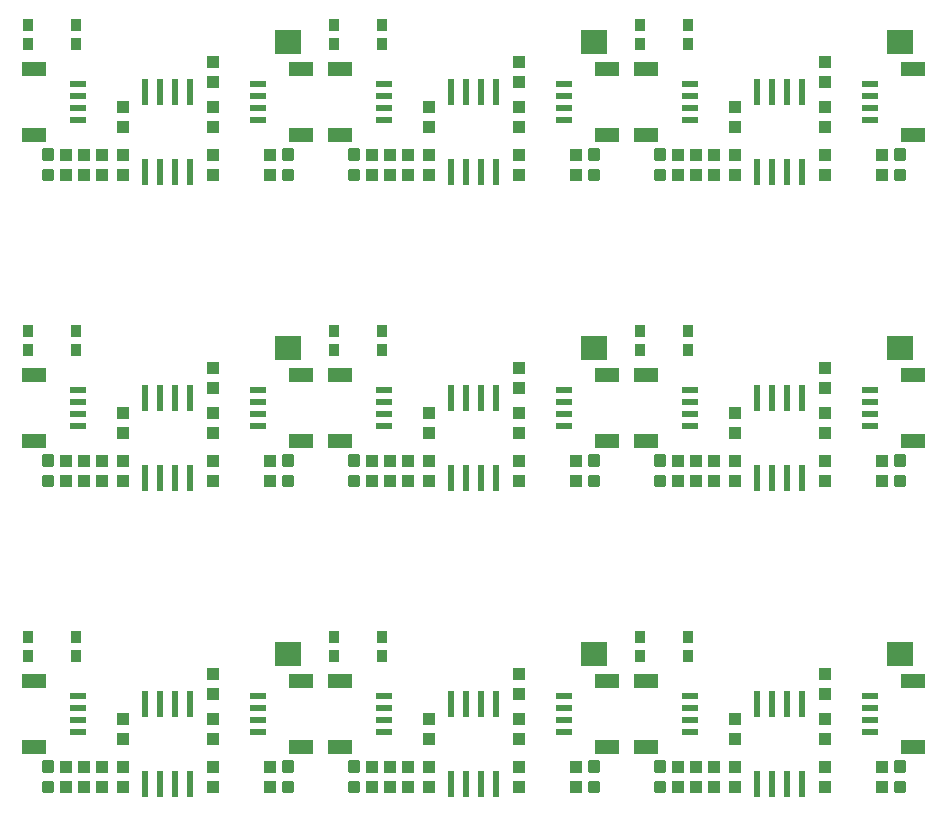
<source format=gtp>
G75*
%MOIN*%
%OFA0B0*%
%FSLAX25Y25*%
%IPPOS*%
%LPD*%
%AMOC8*
5,1,8,0,0,1.08239X$1,22.5*
%
%ADD10R,0.03937X0.04331*%
%ADD11R,0.07874X0.04724*%
%ADD12R,0.05315X0.02362*%
%ADD13C,0.01181*%
%ADD14R,0.03543X0.03937*%
%ADD15R,0.08800X0.08100*%
%ADD16R,0.02400X0.08700*%
D10*
X0044750Y0054404D03*
X0050750Y0054404D03*
X0056750Y0054404D03*
X0063750Y0054404D03*
X0063750Y0061096D03*
X0056750Y0061096D03*
X0050750Y0061096D03*
X0044750Y0061096D03*
X0063750Y0070404D03*
X0063750Y0077096D03*
X0093750Y0077096D03*
X0093750Y0070404D03*
X0093750Y0061096D03*
X0093750Y0054404D03*
X0112750Y0054404D03*
X0112750Y0061096D03*
X0093750Y0085404D03*
X0093750Y0092096D03*
X0146750Y0061096D03*
X0152750Y0061096D03*
X0158750Y0061096D03*
X0158750Y0054404D03*
X0152750Y0054404D03*
X0146750Y0054404D03*
X0165750Y0054404D03*
X0165750Y0061096D03*
X0165750Y0070404D03*
X0165750Y0077096D03*
X0195750Y0077096D03*
X0195750Y0070404D03*
X0195750Y0061096D03*
X0195750Y0054404D03*
X0214750Y0054404D03*
X0214750Y0061096D03*
X0195750Y0085404D03*
X0195750Y0092096D03*
X0248750Y0061096D03*
X0254750Y0061096D03*
X0260750Y0061096D03*
X0260750Y0054404D03*
X0254750Y0054404D03*
X0248750Y0054404D03*
X0267750Y0054404D03*
X0267750Y0061096D03*
X0267750Y0070404D03*
X0267750Y0077096D03*
X0297750Y0077096D03*
X0297750Y0070404D03*
X0297750Y0061096D03*
X0297750Y0054404D03*
X0316750Y0054404D03*
X0316750Y0061096D03*
X0297750Y0085404D03*
X0297750Y0092096D03*
X0297750Y0156404D03*
X0297750Y0163096D03*
X0297750Y0172404D03*
X0297750Y0179096D03*
X0297750Y0187404D03*
X0297750Y0194096D03*
X0267750Y0179096D03*
X0267750Y0172404D03*
X0267750Y0163096D03*
X0267750Y0156404D03*
X0260750Y0156404D03*
X0254750Y0156404D03*
X0248750Y0156404D03*
X0248750Y0163096D03*
X0254750Y0163096D03*
X0260750Y0163096D03*
X0214750Y0163096D03*
X0214750Y0156404D03*
X0195750Y0156404D03*
X0195750Y0163096D03*
X0195750Y0172404D03*
X0195750Y0179096D03*
X0195750Y0187404D03*
X0195750Y0194096D03*
X0165750Y0179096D03*
X0165750Y0172404D03*
X0165750Y0163096D03*
X0165750Y0156404D03*
X0158750Y0156404D03*
X0152750Y0156404D03*
X0146750Y0156404D03*
X0146750Y0163096D03*
X0152750Y0163096D03*
X0158750Y0163096D03*
X0112750Y0163096D03*
X0112750Y0156404D03*
X0093750Y0156404D03*
X0093750Y0163096D03*
X0093750Y0172404D03*
X0093750Y0179096D03*
X0093750Y0187404D03*
X0093750Y0194096D03*
X0063750Y0179096D03*
X0063750Y0172404D03*
X0063750Y0163096D03*
X0056750Y0163096D03*
X0050750Y0163096D03*
X0044750Y0163096D03*
X0044750Y0156404D03*
X0050750Y0156404D03*
X0056750Y0156404D03*
X0063750Y0156404D03*
X0063750Y0258404D03*
X0056750Y0258404D03*
X0050750Y0258404D03*
X0044750Y0258404D03*
X0044750Y0265096D03*
X0050750Y0265096D03*
X0056750Y0265096D03*
X0063750Y0265096D03*
X0063750Y0274404D03*
X0063750Y0281096D03*
X0093750Y0281096D03*
X0093750Y0274404D03*
X0093750Y0265096D03*
X0093750Y0258404D03*
X0112750Y0258404D03*
X0112750Y0265096D03*
X0093750Y0289404D03*
X0093750Y0296096D03*
X0146750Y0265096D03*
X0152750Y0265096D03*
X0158750Y0265096D03*
X0158750Y0258404D03*
X0152750Y0258404D03*
X0146750Y0258404D03*
X0165750Y0258404D03*
X0165750Y0265096D03*
X0165750Y0274404D03*
X0165750Y0281096D03*
X0195750Y0281096D03*
X0195750Y0274404D03*
X0195750Y0265096D03*
X0195750Y0258404D03*
X0214750Y0258404D03*
X0214750Y0265096D03*
X0195750Y0289404D03*
X0195750Y0296096D03*
X0248750Y0265096D03*
X0254750Y0265096D03*
X0260750Y0265096D03*
X0260750Y0258404D03*
X0254750Y0258404D03*
X0248750Y0258404D03*
X0267750Y0258404D03*
X0267750Y0265096D03*
X0267750Y0274404D03*
X0267750Y0281096D03*
X0297750Y0281096D03*
X0297750Y0274404D03*
X0297750Y0265096D03*
X0297750Y0258404D03*
X0316750Y0258404D03*
X0316750Y0265096D03*
X0297750Y0289404D03*
X0297750Y0296096D03*
X0316750Y0163096D03*
X0316750Y0156404D03*
D11*
X0327219Y0169726D03*
X0327219Y0191774D03*
X0327219Y0271726D03*
X0327219Y0293774D03*
X0238281Y0293774D03*
X0225219Y0293774D03*
X0225219Y0271726D03*
X0238281Y0271726D03*
X0238281Y0191774D03*
X0225219Y0191774D03*
X0225219Y0169726D03*
X0238281Y0169726D03*
X0238281Y0089774D03*
X0225219Y0089774D03*
X0225219Y0067726D03*
X0238281Y0067726D03*
X0327219Y0067726D03*
X0327219Y0089774D03*
X0136281Y0089774D03*
X0123219Y0089774D03*
X0123219Y0067726D03*
X0136281Y0067726D03*
X0034281Y0067726D03*
X0034281Y0089774D03*
X0034281Y0169726D03*
X0034281Y0191774D03*
X0034281Y0271726D03*
X0034281Y0293774D03*
X0123219Y0293774D03*
X0136281Y0293774D03*
X0136281Y0271726D03*
X0123219Y0271726D03*
X0123219Y0191774D03*
X0136281Y0191774D03*
X0136281Y0169726D03*
X0123219Y0169726D03*
D12*
X0108750Y0174844D03*
X0108750Y0178781D03*
X0108750Y0182719D03*
X0108750Y0186656D03*
X0150750Y0186656D03*
X0150750Y0182719D03*
X0150750Y0178781D03*
X0150750Y0174844D03*
X0210750Y0174844D03*
X0210750Y0178781D03*
X0210750Y0182719D03*
X0210750Y0186656D03*
X0252750Y0186656D03*
X0252750Y0182719D03*
X0252750Y0178781D03*
X0252750Y0174844D03*
X0312750Y0174844D03*
X0312750Y0178781D03*
X0312750Y0182719D03*
X0312750Y0186656D03*
X0312750Y0276844D03*
X0312750Y0280781D03*
X0312750Y0284719D03*
X0312750Y0288656D03*
X0252750Y0288656D03*
X0252750Y0284719D03*
X0252750Y0280781D03*
X0252750Y0276844D03*
X0210750Y0276844D03*
X0210750Y0280781D03*
X0210750Y0284719D03*
X0210750Y0288656D03*
X0150750Y0288656D03*
X0150750Y0284719D03*
X0150750Y0280781D03*
X0150750Y0276844D03*
X0108750Y0276844D03*
X0108750Y0280781D03*
X0108750Y0284719D03*
X0108750Y0288656D03*
X0048750Y0288656D03*
X0048750Y0284719D03*
X0048750Y0280781D03*
X0048750Y0276844D03*
X0048750Y0186656D03*
X0048750Y0182719D03*
X0048750Y0178781D03*
X0048750Y0174844D03*
X0048750Y0084656D03*
X0048750Y0080719D03*
X0048750Y0076781D03*
X0048750Y0072844D03*
X0108750Y0072844D03*
X0108750Y0076781D03*
X0108750Y0080719D03*
X0108750Y0084656D03*
X0150750Y0084656D03*
X0150750Y0080719D03*
X0150750Y0076781D03*
X0150750Y0072844D03*
X0210750Y0072844D03*
X0210750Y0076781D03*
X0210750Y0080719D03*
X0210750Y0084656D03*
X0252750Y0084656D03*
X0252750Y0080719D03*
X0252750Y0076781D03*
X0252750Y0072844D03*
X0312750Y0072844D03*
X0312750Y0076781D03*
X0312750Y0080719D03*
X0312750Y0084656D03*
D13*
X0040128Y0052919D02*
X0037372Y0052919D01*
X0037372Y0055675D01*
X0040128Y0055675D01*
X0040128Y0052919D01*
X0040128Y0054099D02*
X0037372Y0054099D01*
X0037372Y0055279D02*
X0040128Y0055279D01*
X0040128Y0059825D02*
X0037372Y0059825D01*
X0037372Y0062581D01*
X0040128Y0062581D01*
X0040128Y0059825D01*
X0040128Y0061005D02*
X0037372Y0061005D01*
X0037372Y0062185D02*
X0040128Y0062185D01*
X0117372Y0059825D02*
X0120128Y0059825D01*
X0117372Y0059825D02*
X0117372Y0062581D01*
X0120128Y0062581D01*
X0120128Y0059825D01*
X0120128Y0061005D02*
X0117372Y0061005D01*
X0117372Y0062185D02*
X0120128Y0062185D01*
X0120128Y0052919D02*
X0117372Y0052919D01*
X0117372Y0055675D01*
X0120128Y0055675D01*
X0120128Y0052919D01*
X0120128Y0054099D02*
X0117372Y0054099D01*
X0117372Y0055279D02*
X0120128Y0055279D01*
X0139372Y0052919D02*
X0142128Y0052919D01*
X0139372Y0052919D02*
X0139372Y0055675D01*
X0142128Y0055675D01*
X0142128Y0052919D01*
X0142128Y0054099D02*
X0139372Y0054099D01*
X0139372Y0055279D02*
X0142128Y0055279D01*
X0142128Y0059825D02*
X0139372Y0059825D01*
X0139372Y0062581D01*
X0142128Y0062581D01*
X0142128Y0059825D01*
X0142128Y0061005D02*
X0139372Y0061005D01*
X0139372Y0062185D02*
X0142128Y0062185D01*
X0219372Y0059825D02*
X0222128Y0059825D01*
X0219372Y0059825D02*
X0219372Y0062581D01*
X0222128Y0062581D01*
X0222128Y0059825D01*
X0222128Y0061005D02*
X0219372Y0061005D01*
X0219372Y0062185D02*
X0222128Y0062185D01*
X0222128Y0052919D02*
X0219372Y0052919D01*
X0219372Y0055675D01*
X0222128Y0055675D01*
X0222128Y0052919D01*
X0222128Y0054099D02*
X0219372Y0054099D01*
X0219372Y0055279D02*
X0222128Y0055279D01*
X0241372Y0052919D02*
X0244128Y0052919D01*
X0241372Y0052919D02*
X0241372Y0055675D01*
X0244128Y0055675D01*
X0244128Y0052919D01*
X0244128Y0054099D02*
X0241372Y0054099D01*
X0241372Y0055279D02*
X0244128Y0055279D01*
X0244128Y0059825D02*
X0241372Y0059825D01*
X0241372Y0062581D01*
X0244128Y0062581D01*
X0244128Y0059825D01*
X0244128Y0061005D02*
X0241372Y0061005D01*
X0241372Y0062185D02*
X0244128Y0062185D01*
X0321372Y0059825D02*
X0324128Y0059825D01*
X0321372Y0059825D02*
X0321372Y0062581D01*
X0324128Y0062581D01*
X0324128Y0059825D01*
X0324128Y0061005D02*
X0321372Y0061005D01*
X0321372Y0062185D02*
X0324128Y0062185D01*
X0324128Y0052919D02*
X0321372Y0052919D01*
X0321372Y0055675D01*
X0324128Y0055675D01*
X0324128Y0052919D01*
X0324128Y0054099D02*
X0321372Y0054099D01*
X0321372Y0055279D02*
X0324128Y0055279D01*
X0324128Y0154919D02*
X0321372Y0154919D01*
X0321372Y0157675D01*
X0324128Y0157675D01*
X0324128Y0154919D01*
X0324128Y0156099D02*
X0321372Y0156099D01*
X0321372Y0157279D02*
X0324128Y0157279D01*
X0324128Y0161825D02*
X0321372Y0161825D01*
X0321372Y0164581D01*
X0324128Y0164581D01*
X0324128Y0161825D01*
X0324128Y0163005D02*
X0321372Y0163005D01*
X0321372Y0164185D02*
X0324128Y0164185D01*
X0244128Y0161825D02*
X0241372Y0161825D01*
X0241372Y0164581D01*
X0244128Y0164581D01*
X0244128Y0161825D01*
X0244128Y0163005D02*
X0241372Y0163005D01*
X0241372Y0164185D02*
X0244128Y0164185D01*
X0244128Y0154919D02*
X0241372Y0154919D01*
X0241372Y0157675D01*
X0244128Y0157675D01*
X0244128Y0154919D01*
X0244128Y0156099D02*
X0241372Y0156099D01*
X0241372Y0157279D02*
X0244128Y0157279D01*
X0222128Y0154919D02*
X0219372Y0154919D01*
X0219372Y0157675D01*
X0222128Y0157675D01*
X0222128Y0154919D01*
X0222128Y0156099D02*
X0219372Y0156099D01*
X0219372Y0157279D02*
X0222128Y0157279D01*
X0222128Y0161825D02*
X0219372Y0161825D01*
X0219372Y0164581D01*
X0222128Y0164581D01*
X0222128Y0161825D01*
X0222128Y0163005D02*
X0219372Y0163005D01*
X0219372Y0164185D02*
X0222128Y0164185D01*
X0142128Y0161825D02*
X0139372Y0161825D01*
X0139372Y0164581D01*
X0142128Y0164581D01*
X0142128Y0161825D01*
X0142128Y0163005D02*
X0139372Y0163005D01*
X0139372Y0164185D02*
X0142128Y0164185D01*
X0142128Y0154919D02*
X0139372Y0154919D01*
X0139372Y0157675D01*
X0142128Y0157675D01*
X0142128Y0154919D01*
X0142128Y0156099D02*
X0139372Y0156099D01*
X0139372Y0157279D02*
X0142128Y0157279D01*
X0120128Y0154919D02*
X0117372Y0154919D01*
X0117372Y0157675D01*
X0120128Y0157675D01*
X0120128Y0154919D01*
X0120128Y0156099D02*
X0117372Y0156099D01*
X0117372Y0157279D02*
X0120128Y0157279D01*
X0120128Y0161825D02*
X0117372Y0161825D01*
X0117372Y0164581D01*
X0120128Y0164581D01*
X0120128Y0161825D01*
X0120128Y0163005D02*
X0117372Y0163005D01*
X0117372Y0164185D02*
X0120128Y0164185D01*
X0040128Y0161825D02*
X0037372Y0161825D01*
X0037372Y0164581D01*
X0040128Y0164581D01*
X0040128Y0161825D01*
X0040128Y0163005D02*
X0037372Y0163005D01*
X0037372Y0164185D02*
X0040128Y0164185D01*
X0040128Y0154919D02*
X0037372Y0154919D01*
X0037372Y0157675D01*
X0040128Y0157675D01*
X0040128Y0154919D01*
X0040128Y0156099D02*
X0037372Y0156099D01*
X0037372Y0157279D02*
X0040128Y0157279D01*
X0040128Y0256919D02*
X0037372Y0256919D01*
X0037372Y0259675D01*
X0040128Y0259675D01*
X0040128Y0256919D01*
X0040128Y0258099D02*
X0037372Y0258099D01*
X0037372Y0259279D02*
X0040128Y0259279D01*
X0040128Y0263825D02*
X0037372Y0263825D01*
X0037372Y0266581D01*
X0040128Y0266581D01*
X0040128Y0263825D01*
X0040128Y0265005D02*
X0037372Y0265005D01*
X0037372Y0266185D02*
X0040128Y0266185D01*
X0117372Y0263825D02*
X0120128Y0263825D01*
X0117372Y0263825D02*
X0117372Y0266581D01*
X0120128Y0266581D01*
X0120128Y0263825D01*
X0120128Y0265005D02*
X0117372Y0265005D01*
X0117372Y0266185D02*
X0120128Y0266185D01*
X0120128Y0256919D02*
X0117372Y0256919D01*
X0117372Y0259675D01*
X0120128Y0259675D01*
X0120128Y0256919D01*
X0120128Y0258099D02*
X0117372Y0258099D01*
X0117372Y0259279D02*
X0120128Y0259279D01*
X0139372Y0256919D02*
X0142128Y0256919D01*
X0139372Y0256919D02*
X0139372Y0259675D01*
X0142128Y0259675D01*
X0142128Y0256919D01*
X0142128Y0258099D02*
X0139372Y0258099D01*
X0139372Y0259279D02*
X0142128Y0259279D01*
X0142128Y0263825D02*
X0139372Y0263825D01*
X0139372Y0266581D01*
X0142128Y0266581D01*
X0142128Y0263825D01*
X0142128Y0265005D02*
X0139372Y0265005D01*
X0139372Y0266185D02*
X0142128Y0266185D01*
X0219372Y0263825D02*
X0222128Y0263825D01*
X0219372Y0263825D02*
X0219372Y0266581D01*
X0222128Y0266581D01*
X0222128Y0263825D01*
X0222128Y0265005D02*
X0219372Y0265005D01*
X0219372Y0266185D02*
X0222128Y0266185D01*
X0222128Y0256919D02*
X0219372Y0256919D01*
X0219372Y0259675D01*
X0222128Y0259675D01*
X0222128Y0256919D01*
X0222128Y0258099D02*
X0219372Y0258099D01*
X0219372Y0259279D02*
X0222128Y0259279D01*
X0241372Y0256919D02*
X0244128Y0256919D01*
X0241372Y0256919D02*
X0241372Y0259675D01*
X0244128Y0259675D01*
X0244128Y0256919D01*
X0244128Y0258099D02*
X0241372Y0258099D01*
X0241372Y0259279D02*
X0244128Y0259279D01*
X0244128Y0263825D02*
X0241372Y0263825D01*
X0241372Y0266581D01*
X0244128Y0266581D01*
X0244128Y0263825D01*
X0244128Y0265005D02*
X0241372Y0265005D01*
X0241372Y0266185D02*
X0244128Y0266185D01*
X0321372Y0263825D02*
X0324128Y0263825D01*
X0321372Y0263825D02*
X0321372Y0266581D01*
X0324128Y0266581D01*
X0324128Y0263825D01*
X0324128Y0265005D02*
X0321372Y0265005D01*
X0321372Y0266185D02*
X0324128Y0266185D01*
X0324128Y0256919D02*
X0321372Y0256919D01*
X0321372Y0259675D01*
X0324128Y0259675D01*
X0324128Y0256919D01*
X0324128Y0258099D02*
X0321372Y0258099D01*
X0321372Y0259279D02*
X0324128Y0259279D01*
D14*
X0252321Y0302100D03*
X0252321Y0308400D03*
X0236179Y0308400D03*
X0236179Y0302100D03*
X0150321Y0302100D03*
X0150321Y0308400D03*
X0134179Y0308400D03*
X0134179Y0302100D03*
X0048321Y0302100D03*
X0048321Y0308400D03*
X0032179Y0308400D03*
X0032179Y0302100D03*
X0032179Y0206400D03*
X0032179Y0200100D03*
X0048321Y0200100D03*
X0048321Y0206400D03*
X0134179Y0206400D03*
X0134179Y0200100D03*
X0150321Y0200100D03*
X0150321Y0206400D03*
X0236179Y0206400D03*
X0236179Y0200100D03*
X0252321Y0200100D03*
X0252321Y0206400D03*
X0252321Y0104400D03*
X0252321Y0098100D03*
X0236179Y0098100D03*
X0236179Y0104400D03*
X0150321Y0104400D03*
X0150321Y0098100D03*
X0134179Y0098100D03*
X0134179Y0104400D03*
X0048321Y0104400D03*
X0048321Y0098100D03*
X0032179Y0098100D03*
X0032179Y0104400D03*
D15*
X0118750Y0098800D03*
X0220750Y0098800D03*
X0322750Y0098800D03*
X0322750Y0200800D03*
X0220750Y0200800D03*
X0118750Y0200800D03*
X0118750Y0302800D03*
X0220750Y0302800D03*
X0322750Y0302800D03*
D16*
X0290250Y0286050D03*
X0285250Y0286050D03*
X0280250Y0286050D03*
X0275250Y0286050D03*
X0275250Y0259550D03*
X0280250Y0259550D03*
X0285250Y0259550D03*
X0290250Y0259550D03*
X0290250Y0184050D03*
X0285250Y0184050D03*
X0280250Y0184050D03*
X0275250Y0184050D03*
X0275250Y0157550D03*
X0280250Y0157550D03*
X0285250Y0157550D03*
X0290250Y0157550D03*
X0290250Y0082050D03*
X0285250Y0082050D03*
X0280250Y0082050D03*
X0275250Y0082050D03*
X0275250Y0055550D03*
X0280250Y0055550D03*
X0285250Y0055550D03*
X0290250Y0055550D03*
X0188250Y0055550D03*
X0183250Y0055550D03*
X0178250Y0055550D03*
X0173250Y0055550D03*
X0173250Y0082050D03*
X0178250Y0082050D03*
X0183250Y0082050D03*
X0188250Y0082050D03*
X0188250Y0157550D03*
X0183250Y0157550D03*
X0178250Y0157550D03*
X0173250Y0157550D03*
X0173250Y0184050D03*
X0178250Y0184050D03*
X0183250Y0184050D03*
X0188250Y0184050D03*
X0188250Y0259550D03*
X0183250Y0259550D03*
X0178250Y0259550D03*
X0173250Y0259550D03*
X0173250Y0286050D03*
X0178250Y0286050D03*
X0183250Y0286050D03*
X0188250Y0286050D03*
X0086250Y0286050D03*
X0081250Y0286050D03*
X0076250Y0286050D03*
X0071250Y0286050D03*
X0071250Y0259550D03*
X0076250Y0259550D03*
X0081250Y0259550D03*
X0086250Y0259550D03*
X0086250Y0184050D03*
X0081250Y0184050D03*
X0076250Y0184050D03*
X0071250Y0184050D03*
X0071250Y0157550D03*
X0076250Y0157550D03*
X0081250Y0157550D03*
X0086250Y0157550D03*
X0086250Y0082050D03*
X0081250Y0082050D03*
X0076250Y0082050D03*
X0071250Y0082050D03*
X0071250Y0055550D03*
X0076250Y0055550D03*
X0081250Y0055550D03*
X0086250Y0055550D03*
M02*

</source>
